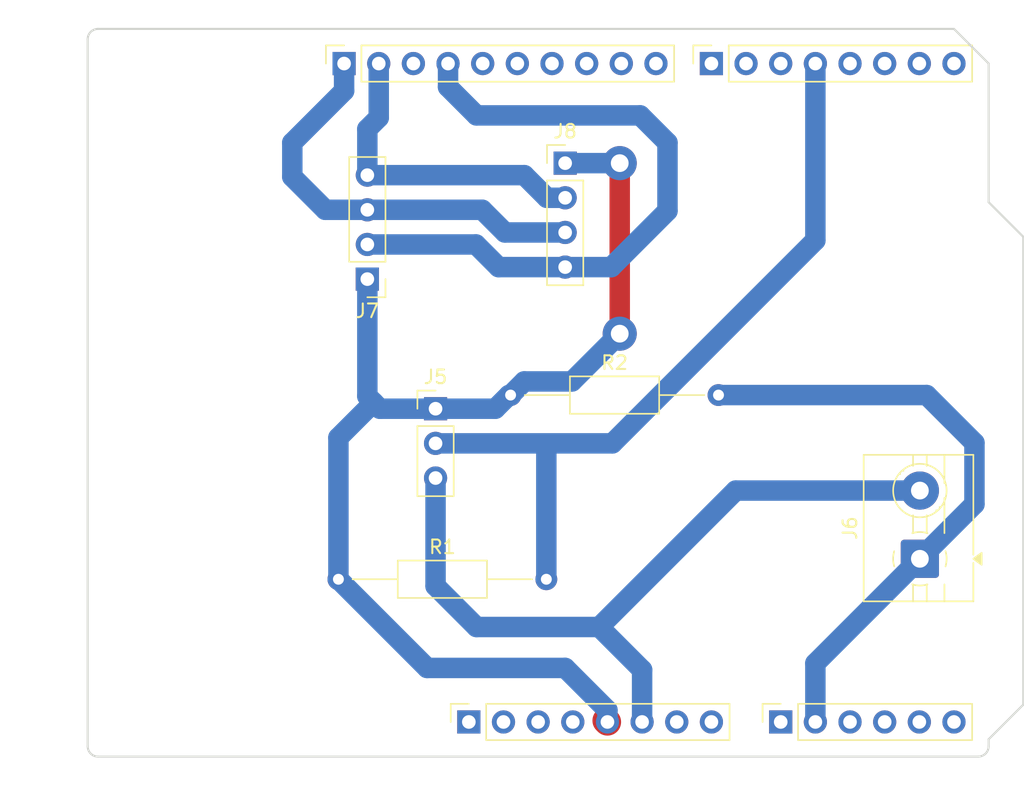
<source format=kicad_pcb>
(kicad_pcb (version 20240108) (generator "pcbnew") (generator_version "8.0")
  (title_block (date "mar. 31 mars 2015"))
  (layers (0 "F.Cu" signal) (31 "B.Cu" signal) (34 "B.Paste" user) (35 "F.Paste" user) (36 "B.SilkS" user "B.Silkscreen") (37 "F.SilkS" user "F.Silkscreen") (38 "B.Mask" user) (39 "F.Mask" user) (44 "Edge.Cuts" user))
  (net 0 "")
  (net 1 "GND")
  (net 3 "+5V")
  (net 4 "/IOREF")
  (net 5 "/A0")
  (net 6 "/A1")
  (net 7 "/A2")
  (net 8 "/A3")
  (net 9 "/SDA{slash}A4")
  (net 10 "/SCL{slash}A5")
  (net 11 "/13")
  (net 12 "/12")
  (net 13 "/AREF")
  (net 14 "/8")
  (net 15 "/7")
  (net 16 "/*11")
  (net 17 "/*10")
  (net 18 "/*9")
  (net 19 "/4")
  (net 20 "/2")
  (net 21 "/*6")
  (net 22 "/*5")
  (net 23 "/TX{slash}1")
  (net 24 "/*3")
  (net 25 "/RX{slash}0")
  (net 26 "+3V3")
  (net 27 "VCC")
  (net 28 "/~{RESET}")
  (footprint "Connector_PinSocket_2.54mm:PinSocket_1x08_P2.54mm_Vertical" (layer "F.Cu") (at 127.94 97.46 90)
    (property "Reference" "J1" (hide yes))
    (property "Value" "Power")
    (fp_line (start 1.33 -1.33) (end 1.33 0) (stroke (width 0.12)) (layer "F.SilkS"))
    (fp_line (start 0 -1.33) (end 1.33 -1.33) (stroke (width 0.12)) (layer "F.SilkS"))
    (fp_line (start 1.33 1.27) (end 1.33 19.11) (stroke (width 0.12)) (layer "F.SilkS"))
    (fp_line (start -1.33 1.27) (end 1.33 1.27) (stroke (width 0.12)) (layer "F.SilkS"))
    (fp_line (start -1.33 1.27) (end -1.33 19.11) (stroke (width 0.12)) (layer "F.SilkS"))
    (fp_line (start -1.33 19.11) (end 1.33 19.11) (stroke (width 0.12)) (layer "F.SilkS"))
    (pad "1" thru_hole rect (at 0 0 90) (size 1.7 1.7) (drill 1) (layers "*.Cu" "*.Mask"))
    (pad "2" thru_hole oval (at 0 2.54 90) (size 1.7 1.7) (drill 1) (layers "*.Cu" "*.Mask") (net 4 "/IOREF"))
    (pad "3" thru_hole oval (at 0 5.08 90) (size 1.7 1.7) (drill 1) (layers "*.Cu" "*.Mask") (net 28 "/~{RESET}"))
    (pad "4" thru_hole oval (at 0 7.62 90) (size 1.7 1.7) (drill 1) (layers "*.Cu" "*.Mask") (net 26 "+3V3"))
    (pad "5" thru_hole oval (at 0 10.16 90) (size 1.7 1.7) (drill 1) (layers "*.Cu" "*.Mask") (net 3 "+5V"))
    (pad "6" thru_hole oval (at 0 12.7 90) (size 1.7 1.7) (drill 1) (layers "*.Cu" "*.Mask") (net 1 "GND"))
    (pad "7" thru_hole oval (at 0 15.24 90) (size 1.7 1.7) (drill 1) (layers "*.Cu" "*.Mask") (net 1 "GND"))
    (pad "8" thru_hole oval (at 0 17.78 90) (size 1.7 1.7) (drill 1) (layers "*.Cu" "*.Mask") (net 27 "VCC"))
  )
  (footprint "Connector_PinSocket_2.54mm:PinSocket_1x06_P2.54mm_Vertical" (layer "F.Cu") (at 150.8 97.46 90)
    (property "Reference" "J3" (hide yes))
    (property "Value" "Analog")
    (fp_line (start 1.33 -1.33) (end 1.33 0) (stroke (width 0.12)) (layer "F.SilkS"))
    (fp_line (start 0 -1.33) (end 1.33 -1.33) (stroke (width 0.12)) (layer "F.SilkS"))
    (fp_line (start 1.33 1.27) (end 1.33 14.03) (stroke (width 0.12)) (layer "F.SilkS"))
    (fp_line (start -1.33 1.27) (end 1.33 1.27) (stroke (width 0.12)) (layer "F.SilkS"))
    (fp_line (start -1.33 1.27) (end -1.33 14.03) (stroke (width 0.12)) (layer "F.SilkS"))
    (fp_line (start -1.33 14.03) (end 1.33 14.03) (stroke (width 0.12)) (layer "F.SilkS"))
    (pad "1" thru_hole rect (at 0 0 90) (size 1.7 1.7) (drill 1) (layers "*.Cu" "*.Mask") (net 5 "/A0"))
    (pad "2" thru_hole oval (at 0 2.54 90) (size 1.7 1.7) (drill 1) (layers "*.Cu" "*.Mask") (net 6 "/A1"))
    (pad "3" thru_hole oval (at 0 5.08 90) (size 1.7 1.7) (drill 1) (layers "*.Cu" "*.Mask") (net 7 "/A2"))
    (pad "4" thru_hole oval (at 0 7.62 90) (size 1.7 1.7) (drill 1) (layers "*.Cu" "*.Mask") (net 8 "/A3"))
    (pad "5" thru_hole oval (at 0 10.16 90) (size 1.7 1.7) (drill 1) (layers "*.Cu" "*.Mask") (net 9 "/SDA{slash}A4"))
    (pad "6" thru_hole oval (at 0 12.7 90) (size 1.7 1.7) (drill 1) (layers "*.Cu" "*.Mask") (net 10 "/SCL{slash}A5"))
  )
  (footprint "Connector_PinSocket_2.54mm:PinSocket_1x10_P2.54mm_Vertical" (layer "F.Cu") (at 118.796 49.2 90)
    (property "Reference" "J2" (hide yes))
    (property "Value" "Digital/PWM")
    (fp_line (start 1.33 -1.33) (end 1.33 0) (stroke (width 0.12)) (layer "F.SilkS"))
    (fp_line (start 0 -1.33) (end 1.33 -1.33) (stroke (width 0.12)) (layer "F.SilkS"))
    (fp_line (start 1.33 1.27) (end 1.33 24.19) (stroke (width 0.12)) (layer "F.SilkS"))
    (fp_line (start -1.33 1.27) (end 1.33 1.27) (stroke (width 0.12)) (layer "F.SilkS"))
    (fp_line (start -1.33 1.27) (end -1.33 24.19) (stroke (width 0.12)) (layer "F.SilkS"))
    (fp_line (start -1.33 24.19) (end 1.33 24.19) (stroke (width 0.12)) (layer "F.SilkS"))
    (pad "1" thru_hole rect (at 0 0 90) (size 1.7 1.7) (drill 1) (layers "*.Cu" "*.Mask") (net 10 "/SCL{slash}A5"))
    (pad "2" thru_hole oval (at 0 2.54 90) (size 1.7 1.7) (drill 1) (layers "*.Cu" "*.Mask") (net 9 "/SDA{slash}A4"))
    (pad "3" thru_hole oval (at 0 5.08 90) (size 1.7 1.7) (drill 1) (layers "*.Cu" "*.Mask") (net 13 "/AREF"))
    (pad "4" thru_hole oval (at 0 7.62 90) (size 1.7 1.7) (drill 1) (layers "*.Cu" "*.Mask") (net 1 "GND"))
    (pad "5" thru_hole oval (at 0 10.16 90) (size 1.7 1.7) (drill 1) (layers "*.Cu" "*.Mask") (net 11 "/13"))
    (pad "6" thru_hole oval (at 0 12.7 90) (size 1.7 1.7) (drill 1) (layers "*.Cu" "*.Mask") (net 12 "/12"))
    (pad "7" thru_hole oval (at 0 15.24 90) (size 1.7 1.7) (drill 1) (layers "*.Cu" "*.Mask") (net 16 "/*11"))
    (pad "8" thru_hole oval (at 0 17.78 90) (size 1.7 1.7) (drill 1) (layers "*.Cu" "*.Mask") (net 17 "/*10"))
    (pad "9" thru_hole oval (at 0 20.32 90) (size 1.7 1.7) (drill 1) (layers "*.Cu" "*.Mask") (net 18 "/*9"))
    (pad "10" thru_hole oval (at 0 22.86 90) (size 1.7 1.7) (drill 1) (layers "*.Cu" "*.Mask") (net 14 "/8"))
  )
  (footprint "Connector_PinSocket_2.54mm:PinSocket_1x08_P2.54mm_Vertical" (layer "F.Cu") (at 145.72 49.2 90)
    (property "Reference" "J4" (hide yes))
    (property "Value" "Digital/PWM")
    (fp_line (start 1.33 -1.33) (end 1.33 0) (stroke (width 0.12)) (layer "F.SilkS"))
    (fp_line (start 0 -1.33) (end 1.33 -1.33) (stroke (width 0.12)) (layer "F.SilkS"))
    (fp_line (start 1.33 1.27) (end 1.33 19.11) (stroke (width 0.12)) (layer "F.SilkS"))
    (fp_line (start -1.33 1.27) (end 1.33 1.27) (stroke (width 0.12)) (layer "F.SilkS"))
    (fp_line (start -1.33 1.27) (end -1.33 19.11) (stroke (width 0.12)) (layer "F.SilkS"))
    (fp_line (start -1.33 19.11) (end 1.33 19.11) (stroke (width 0.12)) (layer "F.SilkS"))
    (pad "1" thru_hole rect (at 0 0 90) (size 1.7 1.7) (drill 1) (layers "*.Cu" "*.Mask") (net 15 "/7"))
    (pad "2" thru_hole oval (at 0 2.54 90) (size 1.7 1.7) (drill 1) (layers "*.Cu" "*.Mask") (net 21 "/*6"))
    (pad "3" thru_hole oval (at 0 5.08 90) (size 1.7 1.7) (drill 1) (layers "*.Cu" "*.Mask") (net 22 "/*5"))
    (pad "4" thru_hole oval (at 0 7.62 90) (size 1.7 1.7) (drill 1) (layers "*.Cu" "*.Mask") (net 19 "/4"))
    (pad "5" thru_hole oval (at 0 10.16 90) (size 1.7 1.7) (drill 1) (layers "*.Cu" "*.Mask") (net 24 "/*3"))
    (pad "6" thru_hole oval (at 0 12.7 90) (size 1.7 1.7) (drill 1) (layers "*.Cu" "*.Mask") (net 20 "/2"))
    (pad "7" thru_hole oval (at 0 15.24 90) (size 1.7 1.7) (drill 1) (layers "*.Cu" "*.Mask") (net 23 "/TX{slash}1"))
    (pad "8" thru_hole oval (at 0 17.78 90) (size 1.7 1.7) (drill 1) (layers "*.Cu" "*.Mask") (net 25 "/RX{slash}0"))
  )
  (footprint "Connector_PinHeader_2.54mm:PinHeader_1x03_P2.54mm_Vertical" (layer "F.Cu") (at 125.5 74.5)
    (property "Reference" "J5" (at 0 -2.33 0) (layer "F.SilkS"))
    (property "Value" "Capteur_température" (hide yes))
    (fp_line (start -1.33 -1.33) (end 0 -1.33) (stroke (width 0.12)) (layer "F.SilkS"))
    (fp_line (start -1.33 0) (end -1.33 -1.33) (stroke (width 0.12)) (layer "F.SilkS"))
    (fp_line (start -1.33 1.27) (end -1.33 6.41) (stroke (width 0.12)) (layer "F.SilkS"))
    (fp_line (start -1.33 1.27) (end 1.33 1.27) (stroke (width 0.12)) (layer "F.SilkS"))
    (fp_line (start -1.33 6.41) (end 1.33 6.41) (stroke (width 0.12)) (layer "F.SilkS"))
    (fp_line (start 1.33 1.27) (end 1.33 6.41) (stroke (width 0.12)) (layer "F.SilkS"))
    (pad "1" thru_hole rect (at 0 0) (size 1.7 1.7) (drill 1) (layers "*.Cu" "*.Mask") (net 3 "+5V"))
    (pad "2" thru_hole oval (at 0 2.54) (size 1.7 1.7) (drill 1) (layers "*.Cu" "*.Mask") (net 19 "/4"))
    (pad "3" thru_hole oval (at 0 5.08) (size 1.7 1.7) (drill 1) (layers "*.Cu" "*.Mask") (net 1 "GND"))
  )
  (footprint "Resistor_THT:R_Axial_DIN0207_L6.3mm_D2.5mm_P15.24mm_Horizontal" (layer "F.Cu") (at 118.38 87)
    (property "Reference" "R1" (at 7.62 -2.37 0) (layer "F.SilkS"))
    (property "Value" "4.7k")
    (fp_line (start 1.04 0) (end 4.35 0) (stroke (width 0.12)) (layer "F.SilkS"))
    (fp_line (start 4.35 -1.37) (end 4.35 1.37) (stroke (width 0.12)) (layer "F.SilkS"))
    (fp_line (start 4.35 1.37) (end 10.89 1.37) (stroke (width 0.12)) (layer "F.SilkS"))
    (fp_line (start 10.89 -1.37) (end 4.35 -1.37) (stroke (width 0.12)) (layer "F.SilkS"))
    (fp_line (start 10.89 1.37) (end 10.89 -1.37) (stroke (width 0.12)) (layer "F.SilkS"))
    (fp_line (start 14.2 0) (end 10.89 0) (stroke (width 0.12)) (layer "F.SilkS"))
    (pad "1" thru_hole circle (at 0 0) (size 1.6 1.6) (drill 0.8) (layers "*.Cu" "*.Mask") (net 3 "+5V"))
    (pad "2" thru_hole oval (at 15.24 0) (size 1.6 1.6) (drill 0.8) (layers "*.Cu" "*.Mask") (net 19 "/4"))
  )
  (footprint "Arduino_MountingHole:MountingHole_3.2mm" (layer "F.Cu") (at 115.24 49.2)
    (property "Reference" "MH1" (hide yes))
    (property "Value" "MountingHole_3.2mm" (hide yes))
    (pad "" np_thru_hole circle (at 0 0) (size 3.2 3.2) (drill 3.2) (layers "*.Cu" "*.Mask"))
  )
  (footprint "Resistor_THT:R_Axial_DIN0207_L6.3mm_D2.5mm_P15.24mm_Horizontal" (layer "F.Cu") (at 131 73.5)
    (property "Reference" "R2" (at 7.62 -2.37 0) (layer "F.SilkS"))
    (property "Value" "100k")
    (fp_line (start 1.04 0) (end 4.35 0) (stroke (width 0.12)) (layer "F.SilkS"))
    (fp_line (start 4.35 -1.37) (end 4.35 1.37) (stroke (width 0.12)) (layer "F.SilkS"))
    (fp_line (start 4.35 1.37) (end 10.89 1.37) (stroke (width 0.12)) (layer "F.SilkS"))
    (fp_line (start 10.89 -1.37) (end 4.35 -1.37) (stroke (width 0.12)) (layer "F.SilkS"))
    (fp_line (start 10.89 1.37) (end 10.89 -1.37) (stroke (width 0.12)) (layer "F.SilkS"))
    (fp_line (start 14.2 0) (end 10.89 0) (stroke (width 0.12)) (layer "F.SilkS"))
    (pad "1" thru_hole circle (at 0 0) (size 1.6 1.6) (drill 0.8) (layers "*.Cu" "*.Mask") (net 3 "+5V"))
    (pad "2" thru_hole oval (at 15.24 0) (size 1.6 1.6) (drill 0.8) (layers "*.Cu" "*.Mask") (net 6 "/A1"))
  )
  (footprint "TerminalBlock:TerminalBlock_MaiXu_MX126-5.0-02P_1x02_P5.00mm" (layer "F.Cu") (at 161 85.5 90)
    (property "Reference" "J6" (at 2.25 -5.12 90) (layer "F.SilkS"))
    (property "Value" "Vélo")
    (fp_line (start 7.62 -4.12) (end 7.62 3.92) (stroke (width 0.12)) (layer "F.SilkS"))
    (fp_line (start -3.12 -4.12) (end 7.62 -4.12) (stroke (width 0.12)) (layer "F.SilkS"))
    (fp_line (start -3.12 -4.12) (end -3.12 3.92) (stroke (width 0.12)) (layer "F.SilkS"))
    (fp_line (start 6.247 -1.486) (end 6.204 -1.443) (stroke (width 0.12)) (layer "F.SilkS"))
    (fp_line (start 6.487 -1.247) (end 6.444 -1.204) (stroke (width 0.12)) (layer "F.SilkS"))
    (fp_line (start 6.812 -0.5) (end 7.62 -0.5) (stroke (width 0.12)) (layer "F.SilkS"))
    (fp_line (start 1.88 -0.5) (end 3.188 -0.5) (stroke (width 0.12)) (layer "F.SilkS"))
    (fp_line (start -3.12 -0.5) (end -1.88 -0.5) (stroke (width 0.12)) (layer "F.SilkS"))
    (fp_line (start 6.812 0.5) (end 7.62 0.5) (stroke (width 0.12)) (layer "F.SilkS"))
    (fp_line (start 1.88 0.5) (end 3.188 0.5) (stroke (width 0.12)) (layer "F.SilkS"))
    (fp_line (start -3.12 0.5) (end -1.88 0.5) (stroke (width 0.12)) (layer "F.SilkS"))
    (fp_line (start 3.556 1.204) (end 3.513 1.247) (stroke (width 0.12)) (layer "F.SilkS"))
    (fp_line (start 3.795 1.443) (end 3.752 1.486) (stroke (width 0.12)) (layer "F.SilkS"))
    (fp_line (start 5.543 1.8) (end 7.62 1.8) (stroke (width 0.12)) (layer "F.SilkS"))
    (fp_line (start 1.88 1.8) (end 4.457 1.8) (stroke (width 0.12)) (layer "F.SilkS"))
    (fp_line (start -3.12 1.8) (end -1.88 1.8) (stroke (width 0.12)) (layer "F.SilkS"))
    (fp_line (start 0.3 3.92) (end 7.62 3.92) (stroke (width 0.12)) (layer "F.SilkS"))
    (fp_line (start -3.12 3.92) (end -0.3 3.92) (stroke (width 0.12)) (layer "F.SilkS"))
    (fp_arc (start -0.554 -1.88) (mid 0.000246 -1.959928) (end 0.554472 -1.879861) (stroke (width 0.12)) (layer "F.SilkS"))
    (fp_arc (start 1.88 -0.554) (mid 1.959928 0.000246) (end 1.879861 0.554472) (stroke (width 0.12)) (layer "F.SilkS"))
    (fp_arc (start -1.88 0.554) (mid -1.959928 -0.000246) (end -1.879861 -0.554472) (stroke (width 0.12)) (layer "F.SilkS"))
    (fp_arc (start 0.554 1.88) (mid -0.000246 1.959928) (end -0.554472 1.879861) (stroke (width 0.12)) (layer "F.SilkS"))
    (fp_circle (center 5 0) (end 6.96 0) (stroke (width 0.12)) (fill none) (layer "F.SilkS"))
    (fp_poly (pts (xy 0 3.92) (xy 0.44 4.53) (xy -0.44 4.53) (xy 0 3.92)) (stroke (width 0.12)) (fill solid) (layer "F.SilkS"))
    (pad "1" thru_hole roundrect (at 0 0 90) (size 2.8 2.8) (drill 1.3) (layers "*.Cu" "*.Mask") (roundrect_rratio 0.089286) (net 6 "/A1"))
    (pad "2" thru_hole circle (at 5 0 90) (size 2.8 2.8) (drill 1.3) (layers "*.Cu" "*.Mask") (net 1 "GND"))
  )
  (footprint "Connector_PinHeader_2.54mm:PinHeader_1x04_P2.54mm_Vertical" (layer "F.Cu") (at 120.5 65 180)
    (property "Reference" "J7" (at 0 -2.33 0) (layer "F.SilkS"))
    (property "Value" "Ecran_LCD")
    (fp_line (start 1.33 1.27) (end 1.33 8.95) (stroke (width 0.12)) (layer "F.SilkS"))
    (fp_line (start -1.33 8.95) (end 1.33 8.95) (stroke (width 0.12)) (layer "F.SilkS"))
    (fp_line (start -1.33 1.27) (end 1.33 1.27) (stroke (width 0.12)) (layer "F.SilkS"))
    (fp_line (start -1.33 1.27) (end -1.33 8.95) (stroke (width 0.12)) (layer "F.SilkS"))
    (fp_line (start -1.33 0) (end -1.33 -1.33) (stroke (width 0.12)) (layer "F.SilkS"))
    (fp_line (start -1.33 -1.33) (end 0 -1.33) (stroke (width 0.12)) (layer "F.SilkS"))
    (pad "1" thru_hole rect (at 0 0 180) (size 1.7 1.7) (drill 1) (layers "*.Cu" "*.Mask") (net 3 "+5V"))
    (pad "2" thru_hole oval (at 0 2.54 180) (size 1.7 1.7) (drill 1) (layers "*.Cu" "*.Mask") (net 1 "GND"))
    (pad "3" thru_hole oval (at 0 5.08 180) (size 1.7 1.7) (drill 1) (layers "*.Cu" "*.Mask") (net 10 "/SCL{slash}A5"))
    (pad "4" thru_hole oval (at 0 7.62 180) (size 1.7 1.7) (drill 1) (layers "*.Cu" "*.Mask") (net 9 "/SDA{slash}A4"))
  )
  (footprint "Arduino_MountingHole:MountingHole_3.2mm" (layer "F.Cu") (at 113.97 97.46)
    (property "Reference" "MH2" (hide yes))
    (property "Value" "MountingHole_3.2mm" (hide yes))
    (pad "" np_thru_hole circle (at 0 0) (size 3.2 3.2) (drill 3.2) (layers "*.Cu" "*.Mask"))
  )
  (footprint "Connector_PinHeader_2.54mm:PinHeader_1x04_P2.54mm_Vertical" (layer "F.Cu") (at 135 56.5)
    (property "Reference" "J8" (at 0 -2.33 360) (layer "F.SilkS"))
    (property "Value" "Capteur_BPM")
    (fp_line (start -1.33 -1.33) (end 0 -1.33) (stroke (width 0.12)) (layer "F.SilkS"))
    (fp_line (start -1.33 0) (end -1.33 -1.33) (stroke (width 0.12)) (layer "F.SilkS"))
    (fp_line (start -1.33 1.27) (end -1.33 8.95) (stroke (width 0.12)) (layer "F.SilkS"))
    (fp_line (start -1.33 1.27) (end 1.33 1.27) (stroke (width 0.12)) (layer "F.SilkS"))
    (fp_line (start -1.33 8.95) (end 1.33 8.95) (stroke (width 0.12)) (layer "F.SilkS"))
    (fp_line (start 1.33 1.27) (end 1.33 8.95) (stroke (width 0.12)) (layer "F.SilkS"))
    (pad "1" thru_hole rect (at 0 0) (size 1.7 1.7) (drill 1) (layers "*.Cu" "*.Mask") (net 3 "+5V"))
    (pad "2" thru_hole oval (at 0 2.54) (size 1.7 1.7) (drill 1) (layers "*.Cu" "*.Mask") (net 9 "/SDA{slash}A4"))
    (pad "3" thru_hole oval (at 0 5.08) (size 1.7 1.7) (drill 1) (layers "*.Cu" "*.Mask") (net 10 "/SCL{slash}A5"))
    (pad "4" thru_hole oval (at 0 7.62) (size 1.7 1.7) (drill 1) (layers "*.Cu" "*.Mask") (net 1 "GND"))
  )
  (footprint "Arduino_MountingHole:MountingHole_3.2mm" (layer "F.Cu") (at 166.04 64.44)
    (property "Reference" "MH3" (hide yes))
    (property "Value" "MountingHole_3.2mm" (hide yes))
    (pad "" np_thru_hole circle (at 0 0) (size 3.2 3.2) (drill 3.2) (layers "*.Cu" "*.Mask"))
  )
  (footprint "Arduino_MountingHole:MountingHole_3.2mm" (layer "F.Cu") (at 166.04 92.38)
    (property "Reference" "MH4" (hide yes))
    (property "Value" "MountingHole_3.2mm" (hide yes))
    (pad "" np_thru_hole circle (at 0 0) (size 3.2 3.2) (drill 3.2) (layers "*.Cu" "*.Mask"))
  )
  (gr_line (start 166.04 59.36) (end 168.58 61.9) (stroke (width 0.15)) (layer "Edge.Cuts"))
  (gr_line (start 100 99.238) (end 100 47.422) (stroke (width 0.15)) (layer "Edge.Cuts"))
  (gr_line (start 168.58 61.9) (end 168.58 96.19) (stroke (width 0.15)) (layer "Edge.Cuts"))
  (gr_line (start 165.278 100) (end 100.762 100) (stroke (width 0.15)) (layer "Edge.Cuts"))
  (gr_line (start 100.762 46.66) (end 163.5 46.66) (stroke (width 0.15)) (layer "Edge.Cuts"))
  (gr_arc (start 100.762 100) (mid 100.223185 99.776815) (end 100 99.238) (stroke (width 0.15)) (layer "Edge.Cuts"))
  (gr_line (start 168.58 96.19) (end 166.04 98.73) (stroke (width 0.15)) (layer "Edge.Cuts"))
  (gr_line (start 163.5 46.66) (end 166.04 49.2) (stroke (width 0.15)) (layer "Edge.Cuts"))
  (gr_arc (start 166.04 99.238) (mid 165.816815 99.776815) (end 165.278 100) (stroke (width 0.15)) (layer "Edge.Cuts"))
  (gr_line (start 166.04 49.2) (end 166.04 59.36) (stroke (width 0.15)) (layer "Edge.Cuts"))
  (gr_line (start 166.04 98.73) (end 166.04 99.238) (stroke (width 0.15)) (layer "Edge.Cuts"))
  (gr_arc (start 100 47.422) (mid 100.223185 46.883185) (end 100.762 46.66) (stroke (width 0.15)) (layer "Edge.Cuts"))
  (segment (start 126.416 50.916) (end 126.416 49.2) (width 1.5) (layer "B.Cu") (net 1))
  (segment (start 142.5 55) (end 140.5 53) (width 1.5) (layer "B.Cu") (net 1))
  (segment (start 140.64 93.64) (end 140.64 97.46) (width 1.5) (layer "B.Cu") (net 1))
  (segment (start 125.5 79.58) (end 125.5 87.5) (width 1.5) (layer "B.Cu") (net 1))
  (segment (start 140.5 53) (end 128.5 53) (width 1.5) (layer "B.Cu") (net 1))
  (segment (start 130.12 64.12) (end 128.46 62.46) (width 1.5) (layer "B.Cu") (net 1))
  (segment (start 125.5 87.5) (end 128.5 90.5) (width 1.5) (layer "B.Cu") (net 1))
  (segment (start 128.5 53) (end 126.416 50.916) (width 1.5) (layer "B.Cu") (net 1))
  (segment (start 147.5 80.5) (end 137.5 90.5) (width 1.5) (layer "B.Cu") (net 1))
  (segment (start 137.5 90.5) (end 140.64 93.64) (width 1.5) (layer "B.Cu") (net 1))
  (segment (start 128.5 90.5) (end 137.5 90.5) (width 1.5) (layer "B.Cu") (net 1))
  (segment (start 135 64.12) (end 138.38 64.12) (width 1.5) (layer "B.Cu") (net 1))
  (segment (start 135 64.12) (end 130.12 64.12) (width 1.5) (layer "B.Cu") (net 1))
  (segment (start 138.38 64.12) (end 142.5 60) (width 1.5) (layer "B.Cu") (net 1))
  (segment (start 161 80.5) (end 147.5 80.5) (width 1.5) (layer "B.Cu") (net 1))
  (segment (start 128.46 62.46) (end 120.5 62.46) (width 1.5) (layer "B.Cu") (net 1))
  (segment (start 142.5 60) (end 142.5 55) (width 1.5) (layer "B.Cu") (net 1))
  (segment (start 139 56.5) (end 139 69) (width 1.5) (layer "F.Cu") (net 3))
  (segment (start 138 97.36) (end 138.1 97.46) (width 2) (layer "F.Cu") (net 3))
  (via (at 139 69) (size 2.5) (drill 1.3) (layers "F.Cu" "B.Cu") (net 3))
  (via (at 139 56.5) (size 2.5) (drill 1.3) (layers "F.Cu" "B.Cu") (net 3))
  (segment (start 135 56.5) (end 139 56.5) (width 1.5) (layer "B.Cu") (net 3))
  (segment (start 135.5 72.5) (end 139 69) (width 1.5) (layer "B.Cu") (net 3))
  (segment (start 118.38 87) (end 124.88 93.5) (width 1.5) (layer "B.Cu") (net 3))
  (segment (start 138.1 96.6) (end 138.1 97.46) (width 1.5) (layer "B.Cu") (net 3))
  (segment (start 131 73.5) (end 132 72.5) (width 1.5) (layer "B.Cu") (net 3))
  (segment (start 120.5 73.58) (end 120.96 74.04) (width 1.5) (layer "B.Cu") (net 3))
  (segment (start 125.5 74.5) (end 121.42 74.5) (width 1.5) (layer "B.Cu") (net 3))
  (segment (start 132 72.5) (end 135.5 72.5) (width 1.5) (layer "B.Cu") (net 3))
  (segment (start 118.38 87) (end 118.38 76.62) (width 1.5) (layer "B.Cu") (net 3))
  (segment (start 125.5 74.5) (end 129.88 74.5) (width 1.5) (layer "B.Cu") (net 3))
  (segment (start 124.88 93.5) (end 135 93.5) (width 1.5) (layer "B.Cu") (net 3))
  (segment (start 129.88 74.5) (end 130.88 73.5) (width 1.5) (layer "B.Cu") (net 3))
  (segment (start 135 93.5) (end 138.1 96.6) (width 1.5) (layer "B.Cu") (net 3))
  (segment (start 120.96 74.04) (end 121.42 74.5) (width 1.5) (layer "B.Cu") (net 3))
  (segment (start 120.5 65) (end 120.5 73.58) (width 1.5) (layer "B.Cu") (net 3))
  (segment (start 130.88 73.5) (end 131 73.5) (width 1.5) (layer "B.Cu") (net 3))
  (segment (start 118.38 76.62) (end 120.96 74.04) (width 1.5) (layer "B.Cu") (net 3))
  (segment (start 161.5 73.5) (end 165 77) (width 1.5) (layer "B.Cu") (net 6))
  (segment (start 153.34 93.16) (end 161 85.5) (width 1.5) (layer "B.Cu") (net 6))
  (segment (start 153.34 97.46) (end 153.34 93.16) (width 1.5) (layer "B.Cu") (net 6))
  (segment (start 165 77) (end 165 81.5) (width 1.5) (layer "B.Cu") (net 6))
  (segment (start 165 81.5) (end 161 85.5) (width 1.5) (layer "B.Cu") (net 6))
  (segment (start 146.24 73.5) (end 161.5 73.5) (width 1.5) (layer "B.Cu") (net 6))
  (segment (start 135 59.04) (end 133.662083 59.04) (width 1.5) (layer "B.Cu") (net 9))
  (segment (start 132.002083 57.38) (end 120.5 57.38) (width 1.5) (layer "B.Cu") (net 9))
  (segment (start 121.336 49.2) (end 121.336 53.164) (width 1.5) (layer "B.Cu") (net 9))
  (segment (start 120.5 54) (end 120.5 57.38) (width 1.5) (layer "B.Cu") (net 9))
  (segment (start 121.336 53.164) (end 120.5 54) (width 1.5) (layer "B.Cu") (net 9))
  (segment (start 133.662083 59.04) (end 132.002083 57.38) (width 1.5) (layer "B.Cu") (net 9))
  (segment (start 115 55) (end 115 57.5) (width 1.5) (layer "B.Cu") (net 10))
  (segment (start 130.58 61.58) (end 128.92 59.92) (width 1.5) (layer "B.Cu") (net 10))
  (segment (start 118.796 49.2) (end 118.796 51.204) (width 1.5) (layer "B.Cu") (net 10))
  (segment (start 135 61.58) (end 130.58 61.58) (width 1.5) (layer "B.Cu") (net 10))
  (segment (start 128.92 59.92) (end 120.5 59.92) (width 1.5) (layer "B.Cu") (net 10))
  (segment (start 118.796 51.204) (end 115 55) (width 1.5) (layer "B.Cu") (net 10))
  (segment (start 117.42 59.92) (end 120.5 59.92) (width 1.5) (layer "B.Cu") (net 10))
  (segment (start 115 57.5) (end 117.42 59.92) (width 1.5) (layer "B.Cu") (net 10))
  (segment (start 138.46 77.04) (end 153.34 62.16) (width 1.5) (layer "B.Cu") (net 19))
  (segment (start 133.62 87) (end 133.62 77.525126) (width 1.5) (layer "B.Cu") (net 19))
  (segment (start 125.5 77.04) (end 138.46 77.04) (width 1.5) (layer "B.Cu") (net 19))
  (segment (start 153.34 62.16) (end 153.34 49.2) (width 1.5) (layer "B.Cu") (net 19))
)
</source>
